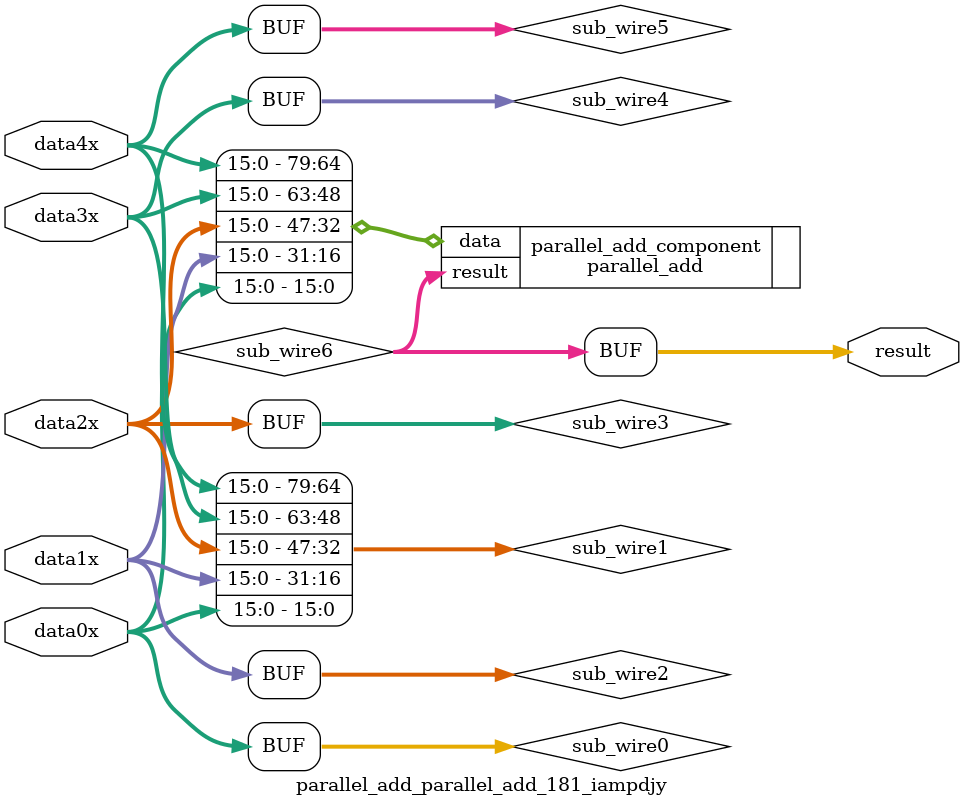
<source format=v>



`timescale 1 ps / 1 ps
// synopsys translate_on
module  parallel_add_parallel_add_181_iampdjy  (
	data0x,
	data1x,
	data2x,
	data3x,
	data4x,
	result);

	input	[15:0]  data0x;
	input	[15:0]  data1x;
	input	[15:0]  data2x;
	input	[15:0]  data3x;
	input	[15:0]  data4x;
	output	[18:0]  result;

	wire [18:0] sub_wire6;
	wire [15:0] sub_wire5 = data4x[15:0];
	wire [15:0] sub_wire4 = data3x[15:0];
	wire [15:0] sub_wire3 = data2x[15:0];
	wire [15:0] sub_wire2 = data1x[15:0];
	wire [15:0] sub_wire0 = data0x[15:0];
	wire [79:0] sub_wire1 = {sub_wire5, sub_wire4, sub_wire3, sub_wire2, sub_wire0};
	wire [18:0] result = sub_wire6[18:0];

	parallel_add	parallel_add_component (
				.data (sub_wire1),
				.result (sub_wire6)
				// synopsys translate_off
				,
				.aclr (),
				.clken (),
				.clock ()
				// synopsys translate_on
				);
	defparam
		parallel_add_component.msw_subtract = "NO",
		parallel_add_component.pipeline = 0,
		parallel_add_component.representation = "SIGNED",
		parallel_add_component.result_alignment = "LSB",
		parallel_add_component.shift = 0,
		parallel_add_component.size = 5,
		parallel_add_component.width = 16,
		parallel_add_component.widthr = 19;


endmodule



</source>
